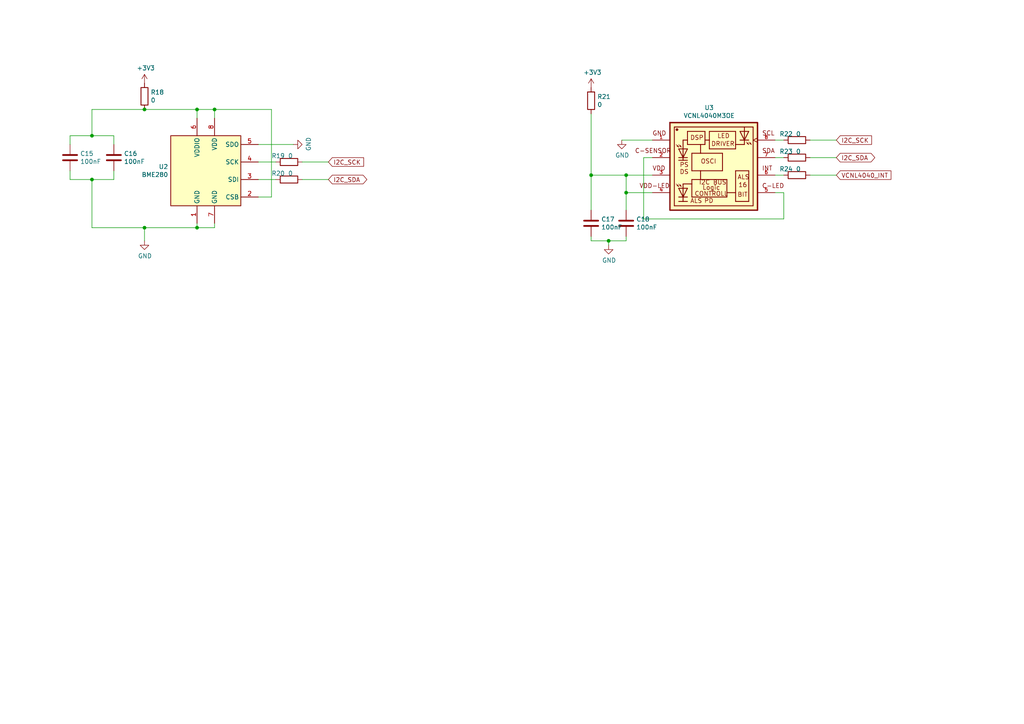
<source format=kicad_sch>
(kicad_sch (version 20211123) (generator eeschema)
  (paper "A4")
  (title_block (title "knxRoomUnit") (date "2021-05-06") (rev "r1d0") (company "MP"))
  (lib_symbols
    (symbol "Device:C" (pin_numbers hide) (pin_names (offset 0.254))
      (property "Reference" "C" (at 0.635 2.54 0))
      (property "Value" "C" (at 0.635 -2.54 0))
      (symbol "C_0_1"
        (polyline (pts (xy -2.032 -0.762) (xy 2.032 -0.762)) (stroke (width 0.508)))
        (polyline (pts (xy -2.032 0.762) (xy 2.032 0.762)) (stroke (width 0.508)))
      )
      (symbol "C_1_1"
        (pin passive line (at 0 3.81 270) (length 2.794) (name "~") (number "1"))
        (pin passive line (at 0 -3.81 90) (length 2.794) (name "~") (number "2"))
      )
    )
    (symbol "Device:R" (pin_numbers hide) (pin_names (offset 0))
      (property "Reference" "R" (at 2.032 0 90))
      (property "Value" "R" (at 0 0 90))
      (symbol "R_0_1"
        (rectangle (start -1.016 -2.54) (end 1.016 2.54) (stroke (width 0.254)))
      )
      (symbol "R_1_1"
        (pin passive line (at 0 3.81 270) (length 1.27) (name "~") (number "1"))
        (pin passive line (at 0 -3.81 90) (length 1.27) (name "~") (number "2"))
      )
    )
    (symbol "Sensor:BME280"
      (property "Reference" "U" (at -8.89 11.43 0))
      (property "Value" "BME280" (at 7.62 11.43 0))
      (symbol "BME280_0_1"
        (rectangle (start -10.16 10.16) (end 10.16 -10.16) (stroke (width 0.254)) (fill (type background)))
      )
      (symbol "BME280_1_1"
        (pin power_in line (at -2.54 -15.24 90) (length 5.08) (name "GND") (number "1"))
        (pin input line (at 15.24 -7.62 180) (length 5.08) (name "CSB") (number "2"))
        (pin bidirectional line (at 15.24 -2.54 180) (length 5.08) (name "SDI") (number "3"))
        (pin input line (at 15.24 2.54 180) (length 5.08) (name "SCK") (number "4"))
        (pin bidirectional line (at 15.24 7.62 180) (length 5.08) (name "SDO") (number "5"))
        (pin power_in line (at -2.54 15.24 270) (length 5.08) (name "VDDIO") (number "6"))
        (pin power_in line (at 2.54 -15.24 90) (length 5.08) (name "GND") (number "7"))
        (pin power_in line (at 2.54 15.24 270) (length 5.08) (name "VDD") (number "8"))
      )
    )
    (symbol "VCNL4040M3OE:VCNL4040M3OE" (pin_names (offset 1.016) hide)
      (property "Reference" "U" (at -5.08 13.9954 0))
      (property "Value" "VCNL4040M3OE" (at -5.08 -15.2654 0))
      (symbol "VCNL4040M3OE_0_0"
        (rectangle (start -12.7 -12.7) (end 12.7 12.7) (stroke (width 0.4064)) (fill (type background)))
        (circle (center -10.668 10.668) (radius 0.1778) (stroke (width 0.254)))
        (circle (center -10.668 10.668) (radius 0.254) (stroke (width 0.254)))
        (circle (center -10.541 10.668) (radius 0.127) (stroke (width 0.254)))
        (polyline (pts (xy -11.43 -11.43) (xy -11.43 11.43)) (stroke (width 0.254)))
        (polyline (pts (xy -11.43 11.43) (xy 8.89 11.43)) (stroke (width 0.254)))
        (polyline (pts (xy -10.922 -5.08) (xy -10.16 -5.842)) (stroke (width 0.127)))
        (polyline (pts (xy -10.922 6.35) (xy -10.16 5.588)) (stroke (width 0.127)))
        (polyline (pts (xy -10.668 -5.588) (xy -10.16 -5.842)) (stroke (width 0.127)))
        (polyline (pts (xy -10.668 5.842) (xy -10.16 5.588)) (stroke (width 0.127)))
        (polyline (pts (xy -10.414 -5.334) (xy -10.668 -5.588)) (stroke (width 0.127)))
        (polyline (pts (xy -10.414 6.096) (xy -10.668 5.842)) (stroke (width 0.127)))
        (polyline (pts (xy -10.16 -6.35) (xy -8.89 -8.89)) (stroke (width 0.254)))
        (polyline (pts (xy -10.16 -5.842) (xy -10.414 -5.334)) (stroke (width 0.127)))
        (polyline (pts (xy -10.16 -5.08) (xy -9.398 -5.842)) (stroke (width 0.127)))
        (polyline (pts (xy -10.16 2.54) (xy -7.62 2.54)) (stroke (width 0.254)))
        (polyline (pts (xy -10.16 5.08) (xy -7.62 5.08)) (stroke (width 0.254)))
        (polyline (pts (xy -10.16 5.588) (xy -10.414 6.096)) (stroke (width 0.127)))
        (polyline (pts (xy -10.16 6.35) (xy -9.398 5.588)) (stroke (width 0.127)))
        (polyline (pts (xy -9.906 -5.588) (xy -9.398 -5.842)) (stroke (width 0.127)))
        (polyline (pts (xy -9.906 5.842) (xy -9.398 5.588)) (stroke (width 0.127)))
        (polyline (pts (xy -9.652 -5.334) (xy -9.906 -5.588)) (stroke (width 0.127)))
        (polyline (pts (xy -9.652 6.096) (xy -9.906 5.842)) (stroke (width 0.127)))
        (polyline (pts (xy -9.398 -5.842) (xy -9.652 -5.334)) (stroke (width 0.127)))
        (polyline (pts (xy -9.398 5.588) (xy -9.652 6.096)) (stroke (width 0.127)))
        (polyline (pts (xy -8.89 -10.16) (xy -10.16 -10.16)) (stroke (width 0.254)))
        (polyline (pts (xy -8.89 -10.16) (xy -7.62 -10.16)) (stroke (width 0.254)))
        (polyline (pts (xy -8.89 -8.89) (xy -8.89 -10.16)) (stroke (width 0.254)))
        (polyline (pts (xy -8.89 -8.89) (xy -7.62 -6.35)) (stroke (width 0.254)))
        (polyline (pts (xy -8.89 -5.08) (xy -8.89 -8.89)) (stroke (width 0.254)))
        (polyline (pts (xy -8.89 1.778) (xy -10.16 1.778)) (stroke (width 0.254)))
        (polyline (pts (xy -8.89 1.778) (xy -7.62 1.778)) (stroke (width 0.254)))
        (polyline (pts (xy -8.89 2.54) (xy -10.16 5.08)) (stroke (width 0.254)))
        (polyline (pts (xy -8.89 2.54) (xy -8.89 1.778)) (stroke (width 0.254)))
        (polyline (pts (xy -8.89 7.62) (xy -8.89 2.54)) (stroke (width 0.254)))
        (polyline (pts (xy -7.62 -8.89) (xy -10.16 -8.89)) (stroke (width 0.254)))
        (polyline (pts (xy -7.62 -6.35) (xy -10.16 -6.35)) (stroke (width 0.254)))
        (polyline (pts (xy -7.62 5.08) (xy -8.89 2.54)) (stroke (width 0.254)))
        (polyline (pts (xy -7.62 6.35) (xy -3.81 6.35)) (stroke (width 0.254)))
        (polyline (pts (xy -7.62 7.62) (xy -8.89 7.62)) (stroke (width 0.254)))
        (polyline (pts (xy -7.62 7.62) (xy -7.62 6.35)) (stroke (width 0.254)))
        (polyline (pts (xy -7.62 10.16) (xy -7.62 7.62)) (stroke (width 0.254)))
        (polyline (pts (xy -6.35 -8.89) (xy 3.81 -8.89)) (stroke (width 0.254)))
        (polyline (pts (xy -6.35 -5.08) (xy -8.89 -5.08)) (stroke (width 0.254)))
        (polyline (pts (xy -6.35 -5.08) (xy -6.35 -8.89)) (stroke (width 0.254)))
        (polyline (pts (xy -6.35 -3.81) (xy -6.35 -5.08)) (stroke (width 0.254)))
        (polyline (pts (xy -6.35 -1.27) (xy -3.81 -1.27)) (stroke (width 0.254)))
        (polyline (pts (xy -6.35 3.81) (xy -6.35 -1.27)) (stroke (width 0.254)))
        (polyline (pts (xy -3.81 -3.81) (xy -6.35 -3.81)) (stroke (width 0.254)))
        (polyline (pts (xy -3.81 -1.27) (xy -3.81 -3.81)) (stroke (width 0.254)))
        (polyline (pts (xy -3.81 -1.27) (xy 2.54 -1.27)) (stroke (width 0.254)))
        (polyline (pts (xy -3.81 3.81) (xy -6.35 3.81)) (stroke (width 0.254)))
        (polyline (pts (xy -3.81 6.35) (xy -3.81 3.81)) (stroke (width 0.254)))
        (polyline (pts (xy -3.81 6.35) (xy -2.54 6.35)) (stroke (width 0.254)))
        (polyline (pts (xy -2.54 6.35) (xy -2.54 7.62)) (stroke (width 0.254)))
        (polyline (pts (xy -2.54 7.62) (xy -2.54 10.16)) (stroke (width 0.254)))
        (polyline (pts (xy -2.54 10.16) (xy -7.62 10.16)) (stroke (width 0.254)))
        (polyline (pts (xy -1.27 5.08) (xy 6.35 5.08)) (stroke (width 0.254)))
        (polyline (pts (xy -1.27 7.62) (xy -2.54 7.62)) (stroke (width 0.254)))
        (polyline (pts (xy -1.27 7.62) (xy -1.27 5.08)) (stroke (width 0.254)))
        (polyline (pts (xy -1.27 10.16) (xy -1.27 7.62)) (stroke (width 0.254)))
        (polyline (pts (xy 2.54 -1.27) (xy 2.54 3.81)) (stroke (width 0.254)))
        (polyline (pts (xy 2.54 3.81) (xy -3.81 3.81)) (stroke (width 0.254)))
        (polyline (pts (xy 3.81 -8.89) (xy 3.81 -7.62)) (stroke (width 0.254)))
        (polyline (pts (xy 3.81 -7.62) (xy 3.81 -3.81)) (stroke (width 0.254)))
        (polyline (pts (xy 3.81 -7.62) (xy 6.35 -7.62)) (stroke (width 0.254)))
        (polyline (pts (xy 3.81 -3.81) (xy -3.81 -3.81)) (stroke (width 0.254)))
        (polyline (pts (xy 6.35 -10.16) (xy 6.35 -7.62)) (stroke (width 0.254)))
        (polyline (pts (xy 6.35 -7.62) (xy 6.35 -1.27)) (stroke (width 0.254)))
        (polyline (pts (xy 6.35 -1.27) (xy 10.16 -1.27)) (stroke (width 0.254)))
        (polyline (pts (xy 6.35 5.08) (xy 6.35 6.35)) (stroke (width 0.254)))
        (polyline (pts (xy 6.35 6.35) (xy 6.35 10.16)) (stroke (width 0.254)))
        (polyline (pts (xy 6.35 6.35) (xy 8.89 6.35)) (stroke (width 0.254)))
        (polyline (pts (xy 6.35 10.16) (xy -1.27 10.16)) (stroke (width 0.254)))
        (polyline (pts (xy 7.62 7.62) (xy 10.16 7.62)) (stroke (width 0.254)))
        (polyline (pts (xy 7.62 10.16) (xy 8.89 7.62)) (stroke (width 0.254)))
        (polyline (pts (xy 8.89 6.35) (xy 8.89 7.62)) (stroke (width 0.254)))
        (polyline (pts (xy 8.89 7.62) (xy 8.89 11.43)) (stroke (width 0.254)))
        (polyline (pts (xy 8.89 7.62) (xy 10.16 10.16)) (stroke (width 0.254)))
        (polyline (pts (xy 8.89 11.43) (xy 11.43 11.43)) (stroke (width 0.254)))
        (polyline (pts (xy 9.398 7.112) (xy 10.16 6.35)) (stroke (width 0.127)))
        (polyline (pts (xy 9.652 6.604) (xy 10.16 6.35)) (stroke (width 0.127)))
        (polyline (pts (xy 9.906 6.858) (xy 9.652 6.604)) (stroke (width 0.127)))
        (polyline (pts (xy 10.16 -10.16) (xy 6.35 -10.16)) (stroke (width 0.254)))
        (polyline (pts (xy 10.16 -1.27) (xy 10.16 -10.16)) (stroke (width 0.254)))
        (polyline (pts (xy 10.16 6.35) (xy 9.906 6.858)) (stroke (width 0.127)))
        (polyline (pts (xy 10.16 7.112) (xy 10.922 6.35)) (stroke (width 0.127)))
        (polyline (pts (xy 10.16 10.16) (xy 7.62 10.16)) (stroke (width 0.254)))
        (polyline (pts (xy 10.414 6.604) (xy 10.922 6.35)) (stroke (width 0.127)))
        (polyline (pts (xy 10.668 6.858) (xy 10.414 6.604)) (stroke (width 0.127)))
        (polyline (pts (xy 10.922 6.35) (xy 10.668 6.858)) (stroke (width 0.127)))
        (polyline (pts (xy 11.43 -11.43) (xy -11.43 -11.43)) (stroke (width 0.254)))
        (polyline (pts (xy 11.43 11.43) (xy 11.43 -11.43)) (stroke (width 0.254)))
        (text "16" (at 7.112 -6.096 0) (effects (font (size 1.27 1.27)) (justify left bottom)))
        (text "ALS" (at -6.858 -10.6934 0) (effects (font (size 1.27 1.27)) (justify left bottom)))
        (text "ALS" (at 6.858 -3.81 0) (effects (font (size 1.27 1.27)) (justify left bottom)))
        (text "BIT" (at 6.858 -8.89 0) (effects (font (size 1.27 1.27)) (justify left bottom)))
        (text "C-LED" (at 13.97 -6.35 0) (effects (font (size 1.27 1.27)) (justify left bottom)))
        (text "C-SENSOR" (at -22.8854 3.81 0) (effects (font (size 1.27 1.27)) (justify left bottom)))
        (text "CONTROLL" (at -5.588 -8.636 0) (effects (font (size 1.27 1.27)) (justify left bottom)))
        (text "DRIVER" (at -0.762 5.842 0) (effects (font (size 1.27 1.27)) (justify left bottom)))
        (text "DS" (at -9.906 -2.286 0) (effects (font (size 1.27 1.27)) (justify left bottom)))
        (text "DSP" (at -6.858 7.62 0) (effects (font (size 1.27 1.27)) (justify left bottom)))
        (text "GND" (at -17.8054 8.89 0) (effects (font (size 1.27 1.27)) (justify left bottom)))
        (text "I2C BUS" (at -4.318 -5.334 0) (effects (font (size 1.27 1.27)) (justify left bottom)))
        (text "INT" (at 13.97 -1.27 0) (effects (font (size 1.27 1.27)) (justify left bottom)))
        (text "LED" (at 1.016 8.128 0) (effects (font (size 1.27 1.27)) (justify left bottom)))
        (text "Logic" (at -3.302 -6.858 0) (effects (font (size 1.27 1.27)) (justify left bottom)))
        (text "OSCI" (at -3.81 0.762 0) (effects (font (size 1.27 1.27)) (justify left bottom)))
        (text "PD" (at -2.794 -10.668 0) (effects (font (size 1.27 1.27)) (justify left bottom)))
        (text "PS" (at -9.906 -0.254 0) (effects (font (size 1.27 1.27)) (justify left bottom)))
        (text "SCL" (at 13.9954 8.9154 0) (effects (font (size 1.27 1.27)) (justify left bottom)))
        (text "SDA" (at 13.9954 3.81 0) (effects (font (size 1.27 1.27)) (justify left bottom)))
        (text "VDD" (at -17.8054 -1.27 0) (effects (font (size 1.27 1.27)) (justify left bottom)))
        (text "VDD-LED" (at -21.59 -6.35 0) (effects (font (size 1.27 1.27)) (justify left bottom)))
        (pin power_in line (at -17.78 7.62 0) (length 5.08) (name "~") (number "1"))
        (pin output line (at -17.78 2.54 0) (length 5.08) (name "~") (number "2"))
        (pin power_in line (at -17.78 -2.54 0) (length 5.08) (name "~") (number "3"))
        (pin power_in line (at -17.78 -7.62 0) (length 5.08) (name "~") (number "4"))
        (pin output line (at 17.78 -7.62 180) (length 5.08) (name "~") (number "5"))
        (pin output line (at 17.78 -2.54 180) (length 5.08) (name "~") (number "6"))
        (pin bidirectional line (at 17.78 2.54 180) (length 5.08) (name "~") (number "7"))
        (pin input clock (at 17.78 7.62 180) (length 5.08) (name "~") (number "8"))
      )
    )
    (symbol "power:+3V3" (power) (pin_names (offset 0))
      (property "Value" "+3V3" (at 0 3.556 0))
      (symbol "+3V3_0_1"
        (polyline (pts (xy -0.762 1.27) (xy 0 2.54)))
        (polyline (pts (xy 0 0) (xy 0 2.54)))
        (polyline (pts (xy 0 2.54) (xy 0.762 1.27)))
      )
      (symbol "+3V3_1_1"
        (pin power_in line (at 0 0 90) (length 0) hide (name "+3V3") (number "1"))
      )
    )
    (symbol "power:GND" (power) (pin_names (offset 0))
      (property "Value" "GND" (at 0 -3.81 0))
      (symbol "GND_0_1"
        (polyline (pts (xy 0 0) (xy 0 -1.27) (xy 1.27 -1.27) (xy 0 -2.54) (xy -1.27 -1.27) (xy 0 -1.27)))
      )
      (symbol "GND_1_1"
        (pin power_in line (at 0 0 270) (length 0) hide (name "GND") (number "1"))
      )
    )
  )
  (junction (at 26.67 52.07))
  (junction (at 26.67 39.37))
  (junction (at 41.91 66.04))
  (junction (at 41.91 31.75))
  (junction (at 181.61 55.88))
  (junction (at 181.61 50.8))
  (junction (at 62.23 31.75))
  (junction (at 57.15 31.75))
  (junction (at 57.15 66.04))
  (junction (at 171.45 50.8))
  (junction (at 176.53 69.85))
  (wire (pts (xy 87.63 52.07) (xy 95.25 52.07)))
  (wire (pts (xy 186.69 63.5) (xy 227.33 63.5)))
  (wire (pts (xy 227.33 63.5) (xy 227.33 55.88)))
  (wire (pts (xy 171.45 50.8) (xy 181.61 50.8)))
  (wire (pts (xy 26.67 31.75) (xy 26.67 39.37)))
  (wire (pts (xy 74.93 57.15) (xy 78.74 57.15)))
  (wire (pts (xy 176.53 69.85) (xy 181.61 69.85)))
  (wire (pts (xy 227.33 50.8) (xy 224.79 50.8)))
  (wire (pts (xy 234.95 45.72) (xy 242.57 45.72)))
  (wire (pts (xy 171.45 33.02) (xy 171.45 50.8)))
  (wire (pts (xy 26.67 52.07) (xy 33.02 52.07)))
  (wire (pts (xy 234.95 50.8) (xy 242.57 50.8)))
  (wire (pts (xy 57.15 31.75) (xy 62.23 31.75)))
  (wire (pts (xy 186.69 45.72) (xy 186.69 63.5)))
  (wire (pts (xy 78.74 57.15) (xy 78.74 31.75)))
  (wire (pts (xy 20.32 49.53) (xy 20.32 52.07)))
  (wire (pts (xy 62.23 34.29) (xy 62.23 31.75)))
  (wire (pts (xy 57.15 64.77) (xy 57.15 66.04)))
  (wire (pts (xy 20.32 39.37) (xy 20.32 41.91)))
  (wire (pts (xy 41.91 66.04) (xy 57.15 66.04)))
  (wire (pts (xy 74.93 52.07) (xy 80.01 52.07)))
  (wire (pts (xy 33.02 52.07) (xy 33.02 49.53)))
  (wire (pts (xy 181.61 60.96) (xy 181.61 55.88)))
  (wire (pts (xy 87.63 46.99) (xy 95.25 46.99)))
  (wire (pts (xy 33.02 41.91) (xy 33.02 39.37)))
  (wire (pts (xy 224.79 45.72) (xy 227.33 45.72)))
  (wire (pts (xy 171.45 69.85) (xy 176.53 69.85)))
  (wire (pts (xy 26.67 52.07) (xy 26.67 66.04)))
  (wire (pts (xy 181.61 50.8) (xy 189.23 50.8)))
  (wire (pts (xy 181.61 55.88) (xy 189.23 55.88)))
  (wire (pts (xy 41.91 31.75) (xy 57.15 31.75)))
  (wire (pts (xy 62.23 66.04) (xy 62.23 64.77)))
  (wire (pts (xy 85.09 41.91) (xy 74.93 41.91)))
  (wire (pts (xy 20.32 39.37) (xy 26.67 39.37)))
  (wire (pts (xy 26.67 31.75) (xy 41.91 31.75)))
  (wire (pts (xy 26.67 39.37) (xy 33.02 39.37)))
  (wire (pts (xy 234.95 40.64) (xy 242.57 40.64)))
  (wire (pts (xy 26.67 66.04) (xy 41.91 66.04)))
  (wire (pts (xy 181.61 69.85) (xy 181.61 68.58)))
  (wire (pts (xy 227.33 40.64) (xy 224.79 40.64)))
  (wire (pts (xy 57.15 31.75) (xy 57.15 34.29)))
  (wire (pts (xy 80.01 46.99) (xy 74.93 46.99)))
  (wire (pts (xy 78.74 31.75) (xy 62.23 31.75)))
  (wire (pts (xy 181.61 55.88) (xy 181.61 50.8)))
  (wire (pts (xy 171.45 68.58) (xy 171.45 69.85)))
  (wire (pts (xy 189.23 45.72) (xy 186.69 45.72)))
  (wire (pts (xy 171.45 60.96) (xy 171.45 50.8)))
  (wire (pts (xy 227.33 55.88) (xy 224.79 55.88)))
  (wire (pts (xy 20.32 52.07) (xy 26.67 52.07)))
  (wire (pts (xy 41.91 69.85) (xy 41.91 66.04)))
  (wire (pts (xy 189.23 40.64) (xy 180.34 40.64)))
  (wire (pts (xy 57.15 66.04) (xy 62.23 66.04)))
  (wire (pts (xy 176.53 71.12) (xy 176.53 69.85)))
  (global_label "I2C_SDA" (shape bidirectional) (at 242.57 45.72 0) (property "Intersheet References" "${INTERSHEET_REFS}" (effects hide)))
  (global_label "VCNL4040_INT" (shape input) (at 242.57 50.8 0) (property "Intersheet References" "${INTERSHEET_REFS}" (effects hide)))
  (global_label "I2C_SCK" (shape input) (at 242.57 40.64 0) (property "Intersheet References" "${INTERSHEET_REFS}" (effects hide)))
  (global_label "I2C_SCK" (shape input) (at 95.25 46.99 0) (property "Intersheet References" "${INTERSHEET_REFS}" (effects hide)))
  (global_label "I2C_SDA" (shape bidirectional) (at 95.25 52.07 0) (property "Intersheet References" "${INTERSHEET_REFS}" (effects hide)))
  (symbol (lib_id "Sensor:BME280") (at 59.69 49.53 0)
    (property "Reference" "U2" (at 48.7934 48.3616 0) (effects (justify right)))
    (property "Value" "BME280" (at 48.7934 50.673 0) (effects (justify right)))
    (property "Footprint" "Package_LGA:Bosch_LGA-8_2.5x2.5mm_P0.65mm_ClockwisePinNumbering" (effects hide))
    (property "Datasheet" "https://www.bosch-sensortec.com/media/boschsensortec/downloads/datasheets/bst-bme280-ds002.pdf" (effects hide))
    (property "LCSC Part #" "C92489" (effects hide))
    (property "Manufacturer" "Bosch Sensortec" (effects hide))
  )
  (symbol (lib_id "VCNL4040M3OE:VCNL4040M3OE") (at 207.01 48.26 0)
    (property "Reference" "U3" (at 205.6892 31.242 0))
    (property "Value" "VCNL4040M3OE" (at 205.6892 33.5534 0))
    (property "Footprint" "libs:VISHAY_VCNL4040_4X2X1.1" (effects hide))
    (property "Datasheet" "https://www.vishay.com/docs/84274/vcnl4040.pdf" (effects hide))
    (property "TAPE_REEL" "YES" (effects hide))
    (property "VOLUME" "MOQ: 2500 pcs" (effects hide))
    (property "LCSC Part #" "C142526" (effects hide))
    (property "Manufacturer" "Vishay Intertech" (effects hide))
    (property "PartNumber" "VCNL4040M3OE" (effects hide))
  )
  (symbol (lib_id "power:GND") (at 85.09 41.91 90)
    (property "Reference" "#PWR0117" (effects hide))
    (property "Value" "GND" (at 89.4842 41.783 0))
  )
  (symbol (lib_id "power:+3V3") (at 41.91 24.13 0)
    (property "Reference" "#PWR0116" (effects hide))
    (property "Value" "+3V3" (at 42.291 19.7358 0))
  )
  (symbol (lib_id "power:GND") (at 41.91 69.85 0)
    (property "Reference" "#PWR0115" (effects hide))
    (property "Value" "GND" (at 42.037 74.2442 0))
  )
  (symbol (lib_id "power:GND") (at 180.34 40.64 0)
    (property "Reference" "#PWR0114" (effects hide))
    (property "Value" "GND" (at 180.467 45.0342 0))
  )
  (symbol (lib_id "Device:C") (at 33.02 45.72 0)
    (property "Reference" "C16" (at 35.941 44.5516 0) (effects (justify left)))
    (property "Value" "100nF" (at 35.941 46.863 0) (effects (justify left)))
    (property "Footprint" "Capacitor_SMD:C_0603_1608Metric" (effects hide))
    (property "Datasheet" "https://datasheet.lcsc.com/lcsc/1809301912_YAGEO-CC0603KRX7R9BB104_C14663.pdf" (effects hide))
    (property "LCSC Part #" "C14663" (effects hide))
    (property "Manufacturer" "YAGEO" (effects hide))
    (property "PartNumber" "CC0603KRX7R9BB104" (effects hide))
    (property "Voltage" "50V" (effects hide))
  )
  (symbol (lib_id "Device:C") (at 20.32 45.72 0)
    (property "Reference" "C15" (at 23.241 44.5516 0) (effects (justify left)))
    (property "Value" "100nF" (at 23.241 46.863 0) (effects (justify left)))
    (property "Footprint" "Capacitor_SMD:C_0603_1608Metric" (effects hide))
    (property "Datasheet" "https://datasheet.lcsc.com/lcsc/1809301912_YAGEO-CC0603KRX7R9BB104_C14663.pdf" (effects hide))
    (property "LCSC Part #" "C14663" (effects hide))
    (property "Manufacturer" "YAGEO" (effects hide))
    (property "PartNumber" "CC0603KRX7R9BB104" (effects hide))
    (property "Voltage" "50V" (effects hide))
  )
  (symbol (lib_id "Device:C") (at 171.45 64.77 0)
    (property "Reference" "C17" (at 174.371 63.6016 0) (effects (justify left)))
    (property "Value" "100nF" (at 174.371 65.913 0) (effects (justify left)))
    (property "Footprint" "Capacitor_SMD:C_0603_1608Metric" (effects hide))
    (property "Datasheet" "https://datasheet.lcsc.com/lcsc/1809301912_YAGEO-CC0603KRX7R9BB104_C14663.pdf" (effects hide))
    (property "LCSC Part #" "C14663" (effects hide))
    (property "Manufacturer" "YAGEO" (effects hide))
    (property "PartNumber" "CC0603KRX7R9BB104" (effects hide))
    (property "Voltage" "50V" (effects hide))
  )
  (symbol (lib_id "Device:C") (at 181.61 64.77 0)
    (property "Reference" "C18" (at 184.531 63.6016 0) (effects (justify left)))
    (property "Value" "100nF" (at 184.531 65.913 0) (effects (justify left)))
    (property "Footprint" "Capacitor_SMD:C_0603_1608Metric" (effects hide))
    (property "Datasheet" "https://datasheet.lcsc.com/lcsc/1809301912_YAGEO-CC0603KRX7R9BB104_C14663.pdf" (effects hide))
    (property "LCSC Part #" "C14663" (effects hide))
    (property "Manufacturer" "YAGEO" (effects hide))
    (property "PartNumber" "CC0603KRX7R9BB104" (effects hide))
    (property "Voltage" "50V" (effects hide))
  )
  (symbol (lib_id "power:+3V3") (at 171.45 25.4 0)
    (property "Reference" "#PWR0113" (effects hide))
    (property "Value" "+3V3" (at 171.831 21.0058 0))
  )
  (symbol (lib_id "power:GND") (at 176.53 71.12 0)
    (property "Reference" "#PWR0112" (effects hide))
    (property "Value" "GND" (at 176.657 75.5142 0))
  )
  (symbol (lib_id "Device:R") (at 41.91 27.94 0)
    (property "Reference" "R18" (at 43.688 26.7716 0) (effects (justify left)))
    (property "Value" "0" (at 43.688 29.083 0) (effects (justify left)))
    (property "Footprint" "Resistor_SMD:R_0402_1005Metric" (effects hide))
    (property "Datasheet" "https://datasheet.lcsc.com/lcsc/1810301420_UNI-ROYAL-Uniroyal-Elec-0402WGF0000TCE_C17168.pdf" (effects hide))
    (property "LCSC Part #" "C17168" (effects hide))
    (property "Manufacturer" "Uniroyal Elec" (effects hide))
    (property "PartNumber" "0402WGF0000TCE" (effects hide))
  )
  (symbol (lib_id "Device:R") (at 83.82 46.99 90)
    (property "Reference" "R19" (at 82.6516 45.212 90) (effects (justify left)))
    (property "Value" "0" (at 84.963 45.212 90) (effects (justify left)))
    (property "Footprint" "Resistor_SMD:R_0402_1005Metric" (effects hide))
    (property "Datasheet" "https://datasheet.lcsc.com/lcsc/1810301420_UNI-ROYAL-Uniroyal-Elec-0402WGF0000TCE_C17168.pdf" (effects hide))
    (property "LCSC Part #" "C17168" (effects hide))
    (property "Manufacturer" "Uniroyal Elec" (effects hide))
    (property "PartNumber" "0402WGF0000TCE" (effects hide))
  )
  (symbol (lib_id "Device:R") (at 83.82 52.07 90)
    (property "Reference" "R20" (at 82.6516 50.292 90) (effects (justify left)))
    (property "Value" "0" (at 84.963 50.292 90) (effects (justify left)))
    (property "Footprint" "Resistor_SMD:R_0402_1005Metric" (effects hide))
    (property "Datasheet" "https://datasheet.lcsc.com/lcsc/1810301420_UNI-ROYAL-Uniroyal-Elec-0402WGF0000TCE_C17168.pdf" (effects hide))
    (property "LCSC Part #" "C17168" (effects hide))
    (property "Manufacturer" "Uniroyal Elec" (effects hide))
    (property "PartNumber" "0402WGF0000TCE" (effects hide))
  )
  (symbol (lib_id "Device:R") (at 171.45 29.21 0)
    (property "Reference" "R21" (at 173.228 28.0416 0) (effects (justify left)))
    (property "Value" "0" (at 173.228 30.353 0) (effects (justify left)))
    (property "Footprint" "Resistor_SMD:R_0402_1005Metric" (effects hide))
    (property "Datasheet" "https://datasheet.lcsc.com/lcsc/1810301420_UNI-ROYAL-Uniroyal-Elec-0402WGF0000TCE_C17168.pdf" (effects hide))
    (property "LCSC Part #" "C17168" (effects hide))
    (property "Manufacturer" "Uniroyal Elec" (effects hide))
    (property "PartNumber" "0402WGF0000TCE" (effects hide))
  )
  (symbol (lib_id "Device:R") (at 231.14 40.64 90)
    (property "Reference" "R22" (at 229.9716 38.862 90) (effects (justify left)))
    (property "Value" "0" (at 232.283 38.862 90) (effects (justify left)))
    (property "Footprint" "Resistor_SMD:R_0402_1005Metric" (effects hide))
    (property "Datasheet" "https://datasheet.lcsc.com/lcsc/1810301420_UNI-ROYAL-Uniroyal-Elec-0402WGF0000TCE_C17168.pdf" (effects hide))
    (property "LCSC Part #" "C17168" (effects hide))
    (property "Manufacturer" "Uniroyal Elec" (effects hide))
    (property "PartNumber" "0402WGF0000TCE" (effects hide))
  )
  (symbol (lib_id "Device:R") (at 231.14 45.72 90)
    (property "Reference" "R23" (at 229.9716 43.942 90) (effects (justify left)))
    (property "Value" "0" (at 232.283 43.942 90) (effects (justify left)))
    (property "Footprint" "Resistor_SMD:R_0402_1005Metric" (effects hide))
    (property "Datasheet" "https://datasheet.lcsc.com/lcsc/1810301420_UNI-ROYAL-Uniroyal-Elec-0402WGF0000TCE_C17168.pdf" (effects hide))
    (property "LCSC Part #" "C17168" (effects hide))
    (property "Manufacturer" "Uniroyal Elec" (effects hide))
    (property "PartNumber" "0402WGF0000TCE" (effects hide))
  )
  (symbol (lib_id "Device:R") (at 231.14 50.8 90)
    (property "Reference" "R24" (at 229.9716 49.022 90) (effects (justify left)))
    (property "Value" "0" (at 232.283 49.022 90) (effects (justify left)))
    (property "Footprint" "Resistor_SMD:R_0402_1005Metric" (effects hide))
    (property "Datasheet" "https://datasheet.lcsc.com/lcsc/1810301420_UNI-ROYAL-Uniroyal-Elec-0402WGF0000TCE_C17168.pdf" (effects hide))
    (property "LCSC Part #" "C17168" (effects hide))
    (property "Manufacturer" "Uniroyal Elec" (effects hide))
    (property "PartNumber" "0402WGF0000TCE" (effects hide))
  )
)
</source>
